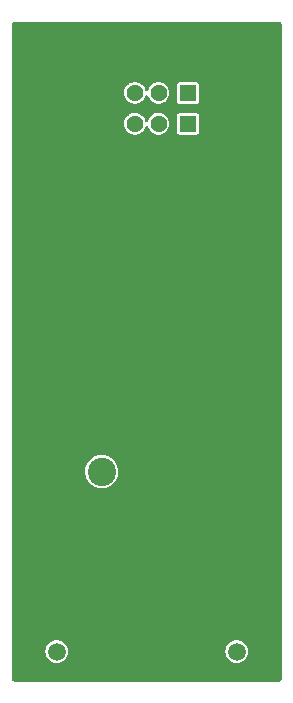
<source format=gbr>
%TF.GenerationSoftware,KiCad,Pcbnew,6.0.2+dfsg-1*%
%TF.CreationDate,2022-12-10T13:13:51-05:00*%
%TF.ProjectId,5v-8a-ps,35762d38-612d-4707-932e-6b696361645f,rev?*%
%TF.SameCoordinates,Original*%
%TF.FileFunction,Copper,L2,Bot*%
%TF.FilePolarity,Positive*%
%FSLAX46Y46*%
G04 Gerber Fmt 4.6, Leading zero omitted, Abs format (unit mm)*
G04 Created by KiCad (PCBNEW 6.0.2+dfsg-1) date 2022-12-10 13:13:51*
%MOMM*%
%LPD*%
G01*
G04 APERTURE LIST*
%TA.AperFunction,ComponentPad*%
%ADD10C,0.810000*%
%TD*%
%TA.AperFunction,SMDPad,CuDef*%
%ADD11R,3.350000X3.350000*%
%TD*%
%TA.AperFunction,ComponentPad*%
%ADD12C,1.500000*%
%TD*%
%TA.AperFunction,ComponentPad*%
%ADD13C,2.400000*%
%TD*%
%TA.AperFunction,ComponentPad*%
%ADD14C,3.316000*%
%TD*%
%TA.AperFunction,ComponentPad*%
%ADD15C,1.428000*%
%TD*%
%TA.AperFunction,ComponentPad*%
%ADD16R,1.428000X1.428000*%
%TD*%
%TA.AperFunction,ViaPad*%
%ADD17C,0.800000*%
%TD*%
G04 APERTURE END LIST*
D10*
%TO.P,U4,9,PwPd*%
%TO.N,GND*%
X79502000Y-101727000D03*
X82042000Y-102997000D03*
X79502000Y-102997000D03*
X82042000Y-101727000D03*
X82042000Y-104267000D03*
X79502000Y-104267000D03*
D11*
X80772000Y-102997000D03*
%TD*%
D12*
%TO.P,U1,*%
%TO.N,*%
X71120000Y-125730000D03*
X86360000Y-125730000D03*
D13*
%TO.P,U1,1,RED*%
%TO.N,+12V*%
X74930000Y-110490000D03*
%TO.P,U1,2,BLACK*%
%TO.N,GND*%
X82550000Y-110490000D03*
%TD*%
D14*
%TO.P,J1,P4,SHIELD*%
%TO.N,GND*%
X72170000Y-75720000D03*
%TO.P,J1,P3,SHIELD*%
X85310000Y-75720000D03*
%TO.P,J1,P2,SHIELD*%
X72170000Y-81400000D03*
%TO.P,J1,P1,SHIELD*%
X85310000Y-81400000D03*
D15*
%TO.P,J1,8,GND1*%
X75240000Y-81050000D03*
%TO.P,J1,7,D1+*%
%TO.N,unconnected-(J1-Pad7)*%
X77740000Y-81050000D03*
%TO.P,J1,6,D1-*%
%TO.N,unconnected-(J1-Pad6)*%
X79740000Y-81050000D03*
D16*
%TO.P,J1,5,VBUS1*%
%TO.N,+5V*%
X82240000Y-81050000D03*
D15*
%TO.P,J1,4,GND2*%
%TO.N,GND*%
X75240000Y-78430000D03*
%TO.P,J1,3,D2+*%
%TO.N,unconnected-(J1-Pad3)*%
X77740000Y-78430000D03*
%TO.P,J1,2,D2-*%
%TO.N,unconnected-(J1-Pad2)*%
X79740000Y-78430000D03*
D16*
%TO.P,J1,1,VBUS2*%
%TO.N,+5V*%
X82240000Y-78430000D03*
%TD*%
D17*
%TO.N,GND*%
X81280000Y-95250000D03*
X89535000Y-100965000D03*
%TD*%
%TA.AperFunction,Conductor*%
%TO.N,GND*%
G36*
X89928171Y-72392421D02*
G01*
X89988622Y-72404446D01*
X90034042Y-72423260D01*
X90074766Y-72450471D01*
X90109529Y-72485234D01*
X90136740Y-72525958D01*
X90155554Y-72571378D01*
X90167579Y-72631829D01*
X90170000Y-72656411D01*
X90170000Y-128003589D01*
X90167579Y-128028171D01*
X90155554Y-128088622D01*
X90136740Y-128134042D01*
X90109529Y-128174766D01*
X90074766Y-128209529D01*
X90034042Y-128236740D01*
X89988622Y-128255554D01*
X89928171Y-128267579D01*
X89903589Y-128270000D01*
X67576411Y-128270000D01*
X67551829Y-128267579D01*
X67491378Y-128255554D01*
X67445958Y-128236740D01*
X67405234Y-128209529D01*
X67370471Y-128174766D01*
X67343260Y-128134042D01*
X67324446Y-128088622D01*
X67312421Y-128028171D01*
X67310000Y-128003589D01*
X67310000Y-125716665D01*
X70164994Y-125716665D01*
X70180592Y-125902414D01*
X70231971Y-126081595D01*
X70317176Y-126247385D01*
X70432959Y-126393468D01*
X70574912Y-126514279D01*
X70737627Y-126605217D01*
X70914907Y-126662819D01*
X71099998Y-126684890D01*
X71106133Y-126684418D01*
X71106135Y-126684418D01*
X71279710Y-126671062D01*
X71279715Y-126671061D01*
X71285851Y-126670589D01*
X71291781Y-126668933D01*
X71291783Y-126668933D01*
X71459459Y-126622117D01*
X71459458Y-126622117D01*
X71465387Y-126620462D01*
X71631768Y-126536417D01*
X71656255Y-126517286D01*
X71773794Y-126425454D01*
X71773795Y-126425453D01*
X71778655Y-126421656D01*
X71900454Y-126280550D01*
X71992526Y-126118474D01*
X72051364Y-125941601D01*
X72074727Y-125756668D01*
X72075099Y-125730000D01*
X72073791Y-125716665D01*
X85404994Y-125716665D01*
X85420592Y-125902414D01*
X85471971Y-126081595D01*
X85557176Y-126247385D01*
X85672959Y-126393468D01*
X85814912Y-126514279D01*
X85977627Y-126605217D01*
X86154907Y-126662819D01*
X86339998Y-126684890D01*
X86346133Y-126684418D01*
X86346135Y-126684418D01*
X86519710Y-126671062D01*
X86519715Y-126671061D01*
X86525851Y-126670589D01*
X86531781Y-126668933D01*
X86531783Y-126668933D01*
X86699459Y-126622117D01*
X86699458Y-126622117D01*
X86705387Y-126620462D01*
X86871768Y-126536417D01*
X86896255Y-126517286D01*
X87013794Y-126425454D01*
X87013795Y-126425453D01*
X87018655Y-126421656D01*
X87140454Y-126280550D01*
X87232526Y-126118474D01*
X87291364Y-125941601D01*
X87314727Y-125756668D01*
X87315099Y-125730000D01*
X87296909Y-125544487D01*
X87295128Y-125538588D01*
X87295127Y-125538583D01*
X87244814Y-125371939D01*
X87243033Y-125366040D01*
X87155522Y-125201456D01*
X87151632Y-125196686D01*
X87151629Y-125196682D01*
X87041605Y-125061780D01*
X87041602Y-125061777D01*
X87037710Y-125057005D01*
X87032056Y-125052327D01*
X86898834Y-124942116D01*
X86894085Y-124938187D01*
X86730116Y-124849529D01*
X86641083Y-124821969D01*
X86557936Y-124796231D01*
X86557933Y-124796230D01*
X86552049Y-124794409D01*
X86545924Y-124793765D01*
X86545923Y-124793765D01*
X86372796Y-124775568D01*
X86372795Y-124775568D01*
X86366668Y-124774924D01*
X86288549Y-124782033D01*
X86187171Y-124791259D01*
X86187168Y-124791260D01*
X86181032Y-124791818D01*
X86175122Y-124793557D01*
X86175119Y-124793558D01*
X86008129Y-124842707D01*
X86002214Y-124844448D01*
X85837023Y-124930807D01*
X85691752Y-125047608D01*
X85571935Y-125190401D01*
X85568971Y-125195793D01*
X85568968Y-125195797D01*
X85494256Y-125331699D01*
X85482135Y-125353746D01*
X85425772Y-125531424D01*
X85404994Y-125716665D01*
X72073791Y-125716665D01*
X72056909Y-125544487D01*
X72055128Y-125538588D01*
X72055127Y-125538583D01*
X72004814Y-125371939D01*
X72003033Y-125366040D01*
X71915522Y-125201456D01*
X71911632Y-125196686D01*
X71911629Y-125196682D01*
X71801605Y-125061780D01*
X71801602Y-125061777D01*
X71797710Y-125057005D01*
X71792056Y-125052327D01*
X71658834Y-124942116D01*
X71654085Y-124938187D01*
X71490116Y-124849529D01*
X71401083Y-124821969D01*
X71317936Y-124796231D01*
X71317933Y-124796230D01*
X71312049Y-124794409D01*
X71305924Y-124793765D01*
X71305923Y-124793765D01*
X71132796Y-124775568D01*
X71132795Y-124775568D01*
X71126668Y-124774924D01*
X71048549Y-124782033D01*
X70947171Y-124791259D01*
X70947168Y-124791260D01*
X70941032Y-124791818D01*
X70935122Y-124793557D01*
X70935119Y-124793558D01*
X70768129Y-124842707D01*
X70762214Y-124844448D01*
X70597023Y-124930807D01*
X70451752Y-125047608D01*
X70331935Y-125190401D01*
X70328971Y-125195793D01*
X70328968Y-125195797D01*
X70254256Y-125331699D01*
X70242135Y-125353746D01*
X70185772Y-125531424D01*
X70164994Y-125716665D01*
X67310000Y-125716665D01*
X67310000Y-110455665D01*
X73525119Y-110455665D01*
X73525416Y-110460817D01*
X73525416Y-110460821D01*
X73530864Y-110555296D01*
X73538376Y-110685580D01*
X73539513Y-110690626D01*
X73539514Y-110690632D01*
X73561226Y-110786975D01*
X73589006Y-110910242D01*
X73590948Y-110915024D01*
X73590949Y-110915028D01*
X73628427Y-111007325D01*
X73675649Y-111123618D01*
X73795979Y-111319978D01*
X73946763Y-111494048D01*
X74123953Y-111641154D01*
X74322790Y-111757345D01*
X74537934Y-111839501D01*
X74543000Y-111840532D01*
X74543001Y-111840532D01*
X74643697Y-111861018D01*
X74763607Y-111885414D01*
X74893352Y-111890172D01*
X74988585Y-111893664D01*
X74988589Y-111893664D01*
X74993749Y-111893853D01*
X74998869Y-111893197D01*
X74998871Y-111893197D01*
X75068272Y-111884307D01*
X75222178Y-111864591D01*
X75227126Y-111863106D01*
X75227133Y-111863105D01*
X75437811Y-111799898D01*
X75437810Y-111799898D01*
X75442761Y-111798413D01*
X75649574Y-111697096D01*
X75837062Y-111563363D01*
X76000190Y-111400803D01*
X76058269Y-111319978D01*
X76131559Y-111217983D01*
X76134577Y-111213783D01*
X76236615Y-111007325D01*
X76267643Y-110905200D01*
X76302059Y-110791927D01*
X76302060Y-110791921D01*
X76303563Y-110786975D01*
X76333622Y-110558649D01*
X76335300Y-110490000D01*
X76316430Y-110260478D01*
X76260326Y-110037120D01*
X76168496Y-109825924D01*
X76043405Y-109632563D01*
X76022774Y-109609889D01*
X75891890Y-109466051D01*
X75891889Y-109466050D01*
X75888412Y-109462229D01*
X75884361Y-109459030D01*
X75884357Y-109459026D01*
X75711735Y-109322697D01*
X75711730Y-109322693D01*
X75707681Y-109319496D01*
X75703165Y-109317003D01*
X75703162Y-109317001D01*
X75510589Y-109210695D01*
X75510585Y-109210693D01*
X75506065Y-109208198D01*
X75501196Y-109206474D01*
X75501192Y-109206472D01*
X75293853Y-109133049D01*
X75293849Y-109133048D01*
X75288978Y-109131323D01*
X75283885Y-109130416D01*
X75283882Y-109130415D01*
X75187707Y-109113284D01*
X75062250Y-109090937D01*
X74975802Y-109089881D01*
X74837141Y-109088186D01*
X74837139Y-109088186D01*
X74831971Y-109088123D01*
X74604325Y-109122958D01*
X74385424Y-109194506D01*
X74181149Y-109300845D01*
X73996984Y-109439119D01*
X73837877Y-109605616D01*
X73708099Y-109795863D01*
X73705923Y-109800552D01*
X73705919Y-109800558D01*
X73694145Y-109825924D01*
X73611136Y-110004752D01*
X73549592Y-110226673D01*
X73525119Y-110455665D01*
X67310000Y-110455665D01*
X67310000Y-81050000D01*
X76820463Y-81050000D01*
X76840557Y-81241182D01*
X76899961Y-81424009D01*
X76996079Y-81590490D01*
X77124710Y-81733349D01*
X77130049Y-81737228D01*
X77274573Y-81842231D01*
X77280231Y-81846342D01*
X77286259Y-81849026D01*
X77286261Y-81849027D01*
X77435433Y-81915443D01*
X77455847Y-81924532D01*
X77549865Y-81944516D01*
X77637425Y-81963128D01*
X77637429Y-81963128D01*
X77643882Y-81964500D01*
X77836118Y-81964500D01*
X77842571Y-81963128D01*
X77842575Y-81963128D01*
X77930135Y-81944516D01*
X78024153Y-81924532D01*
X78044567Y-81915443D01*
X78193739Y-81849027D01*
X78193741Y-81849026D01*
X78199769Y-81846342D01*
X78205428Y-81842231D01*
X78349951Y-81737228D01*
X78355290Y-81733349D01*
X78483921Y-81590490D01*
X78580039Y-81424009D01*
X78620167Y-81300508D01*
X78660240Y-81241902D01*
X78725637Y-81214265D01*
X78795594Y-81226372D01*
X78847900Y-81274378D01*
X78859833Y-81300508D01*
X78899961Y-81424009D01*
X78996079Y-81590490D01*
X79124710Y-81733349D01*
X79130049Y-81737228D01*
X79274573Y-81842231D01*
X79280231Y-81846342D01*
X79286259Y-81849026D01*
X79286261Y-81849027D01*
X79435433Y-81915443D01*
X79455847Y-81924532D01*
X79549865Y-81944516D01*
X79637425Y-81963128D01*
X79637429Y-81963128D01*
X79643882Y-81964500D01*
X79836118Y-81964500D01*
X79842571Y-81963128D01*
X79842575Y-81963128D01*
X79930135Y-81944516D01*
X80024153Y-81924532D01*
X80044567Y-81915443D01*
X80193739Y-81849027D01*
X80193741Y-81849026D01*
X80199769Y-81846342D01*
X80205428Y-81842231D01*
X80285922Y-81783748D01*
X81325500Y-81783748D01*
X81337133Y-81842231D01*
X81381448Y-81908552D01*
X81447769Y-81952867D01*
X81459938Y-81955288D01*
X81459939Y-81955288D01*
X81499354Y-81963128D01*
X81506252Y-81964500D01*
X82973748Y-81964500D01*
X82980646Y-81963128D01*
X83020061Y-81955288D01*
X83020062Y-81955288D01*
X83032231Y-81952867D01*
X83098552Y-81908552D01*
X83142867Y-81842231D01*
X83154500Y-81783748D01*
X83154500Y-80316252D01*
X83142867Y-80257769D01*
X83098552Y-80191448D01*
X83032231Y-80147133D01*
X83020062Y-80144712D01*
X83020061Y-80144712D01*
X82979816Y-80136707D01*
X82973748Y-80135500D01*
X81506252Y-80135500D01*
X81500184Y-80136707D01*
X81459939Y-80144712D01*
X81459938Y-80144712D01*
X81447769Y-80147133D01*
X81381448Y-80191448D01*
X81337133Y-80257769D01*
X81325500Y-80316252D01*
X81325500Y-81783748D01*
X80285922Y-81783748D01*
X80349951Y-81737228D01*
X80355290Y-81733349D01*
X80483921Y-81590490D01*
X80580039Y-81424009D01*
X80639443Y-81241182D01*
X80659537Y-81050000D01*
X80639443Y-80858818D01*
X80580039Y-80675991D01*
X80483921Y-80509510D01*
X80355290Y-80366651D01*
X80222178Y-80269939D01*
X80205111Y-80257539D01*
X80205110Y-80257538D01*
X80199769Y-80253658D01*
X80193741Y-80250974D01*
X80193739Y-80250973D01*
X80030184Y-80178153D01*
X80030182Y-80178152D01*
X80024153Y-80175468D01*
X79923276Y-80154026D01*
X79842575Y-80136872D01*
X79842571Y-80136872D01*
X79836118Y-80135500D01*
X79643882Y-80135500D01*
X79637429Y-80136872D01*
X79637425Y-80136872D01*
X79556724Y-80154026D01*
X79455847Y-80175468D01*
X79280232Y-80253658D01*
X79274891Y-80257538D01*
X79274890Y-80257539D01*
X79257823Y-80269939D01*
X79124710Y-80366651D01*
X78996079Y-80509510D01*
X78899961Y-80675991D01*
X78897919Y-80682276D01*
X78859833Y-80799492D01*
X78819760Y-80858098D01*
X78754363Y-80885735D01*
X78684406Y-80873628D01*
X78632100Y-80825622D01*
X78620167Y-80799492D01*
X78582081Y-80682276D01*
X78580039Y-80675991D01*
X78483921Y-80509510D01*
X78355290Y-80366651D01*
X78222178Y-80269939D01*
X78205111Y-80257539D01*
X78205110Y-80257538D01*
X78199769Y-80253658D01*
X78193741Y-80250974D01*
X78193739Y-80250973D01*
X78030184Y-80178153D01*
X78030182Y-80178152D01*
X78024153Y-80175468D01*
X77923276Y-80154026D01*
X77842575Y-80136872D01*
X77842571Y-80136872D01*
X77836118Y-80135500D01*
X77643882Y-80135500D01*
X77637429Y-80136872D01*
X77637425Y-80136872D01*
X77556724Y-80154026D01*
X77455847Y-80175468D01*
X77280232Y-80253658D01*
X77274891Y-80257538D01*
X77274890Y-80257539D01*
X77257823Y-80269939D01*
X77124710Y-80366651D01*
X76996079Y-80509510D01*
X76899961Y-80675991D01*
X76840557Y-80858818D01*
X76820463Y-81050000D01*
X67310000Y-81050000D01*
X67310000Y-78430000D01*
X76820463Y-78430000D01*
X76840557Y-78621182D01*
X76899961Y-78804009D01*
X76996079Y-78970490D01*
X77124710Y-79113349D01*
X77130049Y-79117228D01*
X77274573Y-79222231D01*
X77280231Y-79226342D01*
X77286259Y-79229026D01*
X77286261Y-79229027D01*
X77435433Y-79295443D01*
X77455847Y-79304532D01*
X77549865Y-79324516D01*
X77637425Y-79343128D01*
X77637429Y-79343128D01*
X77643882Y-79344500D01*
X77836118Y-79344500D01*
X77842571Y-79343128D01*
X77842575Y-79343128D01*
X77930135Y-79324516D01*
X78024153Y-79304532D01*
X78044567Y-79295443D01*
X78193739Y-79229027D01*
X78193741Y-79229026D01*
X78199769Y-79226342D01*
X78205428Y-79222231D01*
X78349951Y-79117228D01*
X78355290Y-79113349D01*
X78483921Y-78970490D01*
X78580039Y-78804009D01*
X78620167Y-78680508D01*
X78660240Y-78621902D01*
X78725637Y-78594265D01*
X78795594Y-78606372D01*
X78847900Y-78654378D01*
X78859833Y-78680508D01*
X78899961Y-78804009D01*
X78996079Y-78970490D01*
X79124710Y-79113349D01*
X79130049Y-79117228D01*
X79274573Y-79222231D01*
X79280231Y-79226342D01*
X79286259Y-79229026D01*
X79286261Y-79229027D01*
X79435433Y-79295443D01*
X79455847Y-79304532D01*
X79549865Y-79324516D01*
X79637425Y-79343128D01*
X79637429Y-79343128D01*
X79643882Y-79344500D01*
X79836118Y-79344500D01*
X79842571Y-79343128D01*
X79842575Y-79343128D01*
X79930135Y-79324516D01*
X80024153Y-79304532D01*
X80044567Y-79295443D01*
X80193739Y-79229027D01*
X80193741Y-79229026D01*
X80199769Y-79226342D01*
X80205428Y-79222231D01*
X80285922Y-79163748D01*
X81325500Y-79163748D01*
X81337133Y-79222231D01*
X81381448Y-79288552D01*
X81447769Y-79332867D01*
X81459938Y-79335288D01*
X81459939Y-79335288D01*
X81499354Y-79343128D01*
X81506252Y-79344500D01*
X82973748Y-79344500D01*
X82980646Y-79343128D01*
X83020061Y-79335288D01*
X83020062Y-79335288D01*
X83032231Y-79332867D01*
X83098552Y-79288552D01*
X83142867Y-79222231D01*
X83154500Y-79163748D01*
X83154500Y-77696252D01*
X83142867Y-77637769D01*
X83098552Y-77571448D01*
X83032231Y-77527133D01*
X83020062Y-77524712D01*
X83020061Y-77524712D01*
X82979816Y-77516707D01*
X82973748Y-77515500D01*
X81506252Y-77515500D01*
X81500184Y-77516707D01*
X81459939Y-77524712D01*
X81459938Y-77524712D01*
X81447769Y-77527133D01*
X81381448Y-77571448D01*
X81337133Y-77637769D01*
X81325500Y-77696252D01*
X81325500Y-79163748D01*
X80285922Y-79163748D01*
X80349951Y-79117228D01*
X80355290Y-79113349D01*
X80483921Y-78970490D01*
X80580039Y-78804009D01*
X80639443Y-78621182D01*
X80659537Y-78430000D01*
X80639443Y-78238818D01*
X80580039Y-78055991D01*
X80483921Y-77889510D01*
X80355290Y-77746651D01*
X80222178Y-77649939D01*
X80205111Y-77637539D01*
X80205110Y-77637538D01*
X80199769Y-77633658D01*
X80193741Y-77630974D01*
X80193739Y-77630973D01*
X80030184Y-77558153D01*
X80030182Y-77558152D01*
X80024153Y-77555468D01*
X79923276Y-77534026D01*
X79842575Y-77516872D01*
X79842571Y-77516872D01*
X79836118Y-77515500D01*
X79643882Y-77515500D01*
X79637429Y-77516872D01*
X79637425Y-77516872D01*
X79556724Y-77534026D01*
X79455847Y-77555468D01*
X79280232Y-77633658D01*
X79274891Y-77637538D01*
X79274890Y-77637539D01*
X79257823Y-77649939D01*
X79124710Y-77746651D01*
X78996079Y-77889510D01*
X78899961Y-78055991D01*
X78897919Y-78062276D01*
X78859833Y-78179492D01*
X78819760Y-78238098D01*
X78754363Y-78265735D01*
X78684406Y-78253628D01*
X78632100Y-78205622D01*
X78620167Y-78179492D01*
X78582081Y-78062276D01*
X78580039Y-78055991D01*
X78483921Y-77889510D01*
X78355290Y-77746651D01*
X78222178Y-77649939D01*
X78205111Y-77637539D01*
X78205110Y-77637538D01*
X78199769Y-77633658D01*
X78193741Y-77630974D01*
X78193739Y-77630973D01*
X78030184Y-77558153D01*
X78030182Y-77558152D01*
X78024153Y-77555468D01*
X77923276Y-77534026D01*
X77842575Y-77516872D01*
X77842571Y-77516872D01*
X77836118Y-77515500D01*
X77643882Y-77515500D01*
X77637429Y-77516872D01*
X77637425Y-77516872D01*
X77556724Y-77534026D01*
X77455847Y-77555468D01*
X77280232Y-77633658D01*
X77274891Y-77637538D01*
X77274890Y-77637539D01*
X77257823Y-77649939D01*
X77124710Y-77746651D01*
X76996079Y-77889510D01*
X76899961Y-78055991D01*
X76840557Y-78238818D01*
X76820463Y-78430000D01*
X67310000Y-78430000D01*
X67310000Y-72656411D01*
X67312421Y-72631829D01*
X67324446Y-72571378D01*
X67343260Y-72525958D01*
X67370471Y-72485234D01*
X67405234Y-72450471D01*
X67445958Y-72423260D01*
X67491378Y-72404446D01*
X67551829Y-72392421D01*
X67576411Y-72390000D01*
X89903589Y-72390000D01*
X89928171Y-72392421D01*
G37*
%TD.AperFunction*%
%TD*%
M02*

</source>
